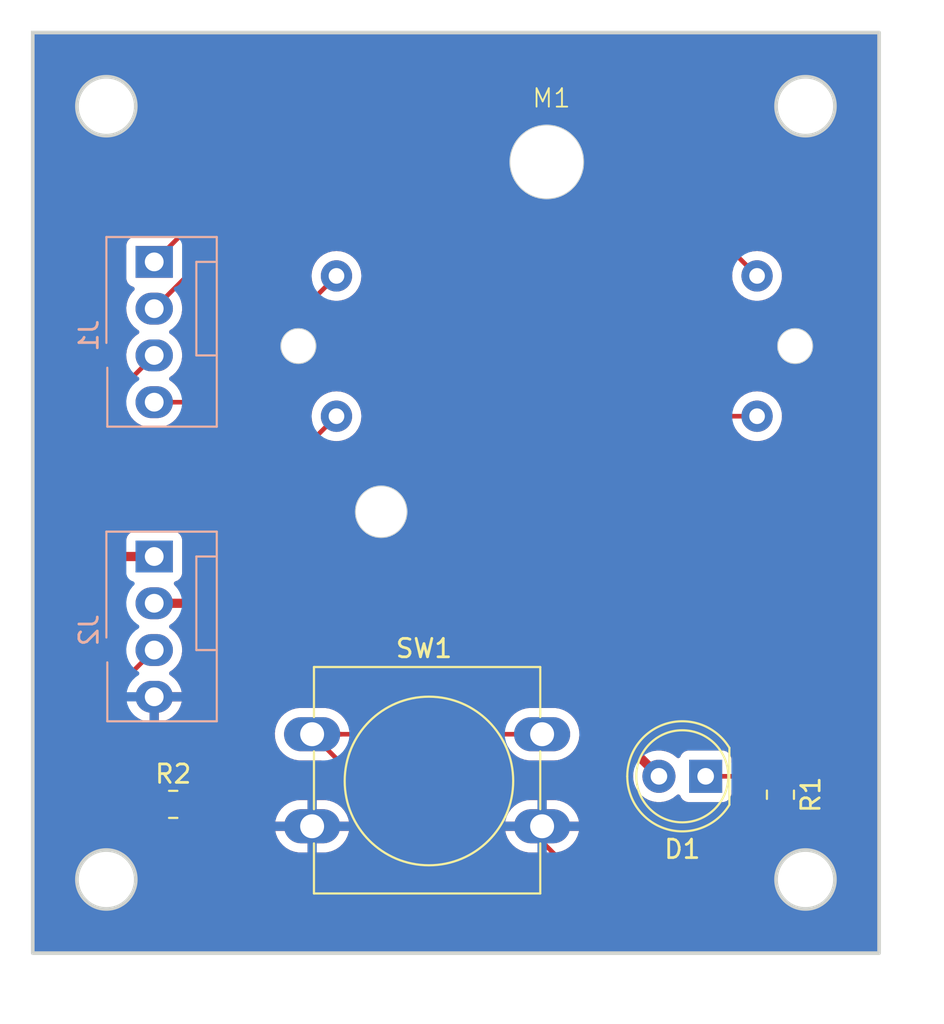
<source format=kicad_pcb>
(kicad_pcb (version 20221018) (generator pcbnew)
  (layers (0 "F.Cu" signal) (31 "B.Cu" signal) (34 "B.Paste" user) (35 "F.Paste" user) (36 "B.SilkS" user "B.Silkscreen") (37 "F.SilkS" user "F.Silkscreen") (38 "B.Mask" user) (39 "F.Mask" user) (44 "Edge.Cuts" user))
  (net 0 "")
  (net 1 "Net-(D1-K)")
  (net 2 "/LED")
  (net 3 "/GPIO17")
  (net 4 "/GPIO27")
  (net 5 "/GPIO22")
  (net 6 "/GPIO23")
  (net 7 "/VCC")
  (net 8 "/BUTTON")
  (net 9 "GND")
  (footprint "Resistor_SMD:R_0805_2012Metric_Pad1.20x1.40mm_HandSolder" (layer "F.Cu") (at 151.638 121.396 -90)
    (fp_text reference "R1" (at 0 -1.65 90) (layer "F.SilkS"))
    (fp_text value "R")
    (fp_line (start -0.227064 -0.735) (end 0.227064 -0.735) (stroke (width 0.12)) (layer "F.SilkS"))
    (fp_line (start -0.227064 0.735) (end 0.227064 0.735) (stroke (width 0.12)) (layer "F.SilkS"))
    (pad "1" smd roundrect (at -1 0 270) (size 1.2 1.4) (layers "F.Cu" "F.Paste" "F.Mask") (roundrect_rratio 0.2083333333) (net 1 "Net-(D1-K)"))
    (pad "2" smd roundrect (at 1 0 270) (size 1.2 1.4) (layers "F.Cu" "F.Paste" "F.Mask") (roundrect_rratio 0.2083333333) (net 9 "GND"))
  )
  (footprint "motor:x27_stepper" (layer "F.Cu") (at 141.478 107.188)
    (fp_text reference "M1" (at -2.286 -23.622 unlocked) (layer "F.SilkS") (effects (font (thickness 0.1))))
    (fp_text value "Stepper_Motor_bipolar")
    (fp_circle (center -16.04 -10.16) (end -15.09 -10.16) (stroke (width 0.05)) (fill none) (layer "Edge.Cuts"))
    (fp_circle (center -11.54 -1.16) (end -10.14 -1.16) (stroke (width 0.05)) (fill none) (layer "Edge.Cuts"))
    (fp_circle (center -2.54 -20.16) (end -0.54 -20.16) (stroke (width 0.05)) (fill none) (layer "Edge.Cuts"))
    (fp_circle (center 10.96 -10.16) (end 11.91 -10.16) (stroke (width 0.05)) (fill none) (layer "Edge.Cuts"))
    (pad "1" thru_hole circle (at 8.89 -13.97) (size 1.7 1.7) (drill 0.85) (layers "*.Cu" "*.Mask") (net 3 "/GPIO17"))
    (pad "2" thru_hole circle (at 8.89 -6.35) (size 1.7 1.7) (drill 0.85) (layers "*.Cu" "*.Mask") (net 4 "/GPIO27"))
    (pad "3" thru_hole circle (at -13.97 -6.35) (size 1.7 1.7) (drill 0.85) (layers "*.Cu" "*.Mask") (net 5 "/GPIO22"))
    (pad "4" thru_hole circle (at -13.97 -13.97) (size 1.7 1.7) (drill 0.85) (layers "*.Cu" "*.Mask") (net 6 "/GPIO23"))
  )
  (footprint "Button_Switch_THT:SW_PUSH-12mm" (layer "F.Cu") (at 126.184 118.11)
    (fp_text reference "SW1" (at 6.08 -4.66) (layer "F.SilkS"))
    (fp_text value "SW_SPST")
    (fp_line (start 0.1 -3.65) (end 12.4 -3.65) (stroke (width 0.12)) (layer "F.SilkS"))
    (fp_line (start 0.1 -0.93) (end 0.1 -3.65) (stroke (width 0.12)) (layer "F.SilkS"))
    (fp_line (start 0.1 4.07) (end 0.1 0.93) (stroke (width 0.12)) (layer "F.SilkS"))
    (fp_line (start 0.1 8.65) (end 0.1 5.93) (stroke (width 0.12)) (layer "F.SilkS"))
    (fp_line (start 12.4 -3.65) (end 12.4 -0.93) (stroke (width 0.12)) (layer "F.SilkS"))
    (fp_line (start 12.4 0.93) (end 12.4 4.07) (stroke (width 0.12)) (layer "F.SilkS"))
    (fp_line (start 12.4 5.93) (end 12.4 8.65) (stroke (width 0.12)) (layer "F.SilkS"))
    (fp_line (start 12.4 8.65) (end 0.1 8.65) (stroke (width 0.12)) (layer "F.SilkS"))
    (fp_circle (center 6.35 2.54) (end 10.16 5.08) (stroke (width 0.12)) (fill none) (layer "F.SilkS"))
    (pad "1" thru_hole oval (at 0 0) (size 3.048 1.85) (drill 1.3) (layers "*.Cu" "*.Mask") (net 8 "/BUTTON"))
    (pad "1" thru_hole oval (at 12.5 0) (size 3.048 1.85) (drill 1.3) (layers "*.Cu" "*.Mask") (net 8 "/BUTTON"))
    (pad "2" thru_hole oval (at 0 5) (size 3.048 1.85) (drill 1.3) (layers "*.Cu" "*.Mask") (net 9 "GND"))
    (pad "2" thru_hole oval (at 12.5 5) (size 3.048 1.85) (drill 1.3) (layers "*.Cu" "*.Mask") (net 9 "GND"))
  )
  (footprint "LED_THT:LED_D5.0mm" (layer "F.Cu") (at 147.574 120.396 180)
    (fp_text reference "D1" (at 1.27 -3.96) (layer "F.SilkS"))
    (fp_text value "LED")
    (fp_line (start -1.29 -1.545) (end -1.29 1.545) (stroke (width 0.12)) (layer "F.SilkS"))
    (fp_arc (start -1.29 -1.54483) (mid 2.072002 -2.880433) (end 4.26 0.000462) (stroke (width 0.12)) (layer "F.SilkS"))
    (fp_arc (start 4.26 -0.000462) (mid 2.072002 2.880433) (end -1.29 1.54483) (stroke (width 0.12)) (layer "F.SilkS"))
    (fp_circle (center 1.27 0) (end 3.77 0) (stroke (width 0.12)) (fill none) (layer "F.SilkS"))
    (pad "1" thru_hole rect (at 0 0 180) (size 1.8 1.8) (drill 0.9) (layers "*.Cu" "*.Mask") (net 1 "Net-(D1-K)"))
    (pad "2" thru_hole circle (at 2.54 0 180) (size 1.8 1.8) (drill 0.9) (layers "*.Cu" "*.Mask") (net 2 "/LED"))
  )
  (footprint "Resistor_SMD:R_0805_2012Metric_Pad1.20x1.40mm_HandSolder" (layer "F.Cu") (at 118.634 121.92)
    (fp_text reference "R2" (at 0 -1.65) (layer "F.SilkS"))
    (fp_text value "R")
    (fp_line (start -0.227064 -0.735) (end 0.227064 -0.735) (stroke (width 0.12)) (layer "F.SilkS"))
    (fp_line (start -0.227064 0.735) (end 0.227064 0.735) (stroke (width 0.12)) (layer "F.SilkS"))
    (pad "1" smd roundrect (at -1 0) (size 1.2 1.4) (layers "F.Cu" "F.Paste" "F.Mask") (roundrect_rratio 0.2083333333) (net 7 "/VCC"))
    (pad "2" smd roundrect (at 1 0) (size 1.2 1.4) (layers "F.Cu" "F.Paste" "F.Mask") (roundrect_rratio 0.2083333333) (net 8 "/BUTTON"))
  )
  (footprint "Connector:FanPinHeader_1x04_P2.54mm_Vertical" (layer "B.Cu") (at 117.602 92.456 -90)
    (fp_text reference "J1" (at 4 3.55 90) (layer "B.SilkS") (effects (justify mirror)))
    (fp_text value "Conn_01x04")
    (fp_line (start -1.35 -3.4) (end -1.35 2.6) (stroke (width 0.12)) (layer "B.SilkS"))
    (fp_line (start -1.35 2.6) (end 4.4 2.6) (stroke (width 0.12)) (layer "B.SilkS"))
    (fp_line (start 0 -3.3) (end 0 -2.29) (stroke (width 0.12)) (layer "B.SilkS"))
    (fp_line (start 0 -2.29) (end 5.08 -2.29) (stroke (width 0.12)) (layer "B.SilkS"))
    (fp_line (start 5.08 -2.29) (end 5.08 -3.3) (stroke (width 0.12)) (layer "B.SilkS"))
    (fp_line (start 5.75 2.55) (end 8.95 2.55) (stroke (width 0.12)) (layer "B.SilkS"))
    (fp_line (start 8.95 -3.4) (end -1.35 -3.4) (stroke (width 0.12)) (layer "B.SilkS"))
    (fp_line (start 8.95 2.55) (end 8.95 -3.4) (stroke (width 0.12)) (layer "B.SilkS"))
    (pad "1" thru_hole rect (at 0 0 180) (size 2.03 1.73) (drill 1.02) (layers "*.Cu" "*.Mask") (net 3 "/GPIO17"))
    (pad "2" thru_hole oval (at 2.54 0 180) (size 2.03 1.73) (drill 1.02) (layers "*.Cu" "*.Mask") (net 4 "/GPIO27"))
    (pad "3" thru_hole oval (at 5.08 0 180) (size 2.03 1.73) (drill 1.02) (layers "*.Cu" "*.Mask") (net 5 "/GPIO22"))
    (pad "4" thru_hole oval (at 7.62 0 180) (size 2.03 1.73) (drill 1.02) (layers "*.Cu" "*.Mask") (net 6 "/GPIO23"))
  )
  (footprint "Connector:FanPinHeader_1x04_P2.54mm_Vertical" (layer "B.Cu") (at 117.602 108.458 -90)
    (fp_text reference "J2" (at 4 3.55 90) (layer "B.SilkS") (effects (justify mirror)))
    (fp_text value "Conn_01x04")
    (fp_line (start -1.35 -3.4) (end -1.35 2.6) (stroke (width 0.12)) (layer "B.SilkS"))
    (fp_line (start -1.35 2.6) (end 4.4 2.6) (stroke (width 0.12)) (layer "B.SilkS"))
    (fp_line (start 0 -3.3) (end 0 -2.29) (stroke (width 0.12)) (layer "B.SilkS"))
    (fp_line (start 0 -2.29) (end 5.08 -2.29) (stroke (width 0.12)) (layer "B.SilkS"))
    (fp_line (start 5.08 -2.29) (end 5.08 -3.3) (stroke (width 0.12)) (layer "B.SilkS"))
    (fp_line (start 5.75 2.55) (end 8.95 2.55) (stroke (width 0.12)) (layer "B.SilkS"))
    (fp_line (start 8.95 -3.4) (end -1.35 -3.4) (stroke (width 0.12)) (layer "B.SilkS"))
    (fp_line (start 8.95 2.55) (end 8.95 -3.4) (stroke (width 0.12)) (layer "B.SilkS"))
    (pad "1" thru_hole rect (at 0 0 180) (size 2.03 1.73) (drill 1.02) (layers "*.Cu" "*.Mask") (net 7 "/VCC"))
    (pad "2" thru_hole oval (at 2.54 0 180) (size 2.03 1.73) (drill 1.02) (layers "*.Cu" "*.Mask") (net 2 "/LED"))
    (pad "3" thru_hole oval (at 5.08 0 180) (size 2.03 1.73) (drill 1.02) (layers "*.Cu" "*.Mask") (net 8 "/BUTTON"))
    (pad "4" thru_hole oval (at 7.62 0 180) (size 2.03 1.73) (drill 1.02) (layers "*.Cu" "*.Mask") (net 9 "GND"))
  )
  (gr_circle (center 115 126) (end 116.6 126) (stroke (width 0.2)) (fill none) (layer "Edge.Cuts"))
  (gr_circle (center 115 84) (end 116.6 84) (stroke (width 0.2)) (fill none) (layer "Edge.Cuts"))
  (gr_circle (center 153 126) (end 154.6 126) (stroke (width 0.2)) (fill none) (layer "Edge.Cuts"))
  (gr_rect (start 111 80) (end 157 130) (stroke (width 0.2)) (fill none) (layer "Edge.Cuts"))
  (gr_circle (center 153 84) (end 154.6 84) (stroke (width 0.2)) (fill none) (layer "Edge.Cuts"))
  (segment (start 147.574 120.396) (end 151.638 120.396) (width 0.25) (layer "F.Cu") (net 1))
  (segment (start 135.636 110.998) (end 145.034 120.396) (width 0.5) (layer "F.Cu") (net 2))
  (segment (start 117.602 110.998) (end 135.636 110.998) (width 0.5) (layer "F.Cu") (net 2))
  (segment (start 147.574 90.424) (end 150.368 93.218) (width 0.25) (layer "F.Cu") (net 3))
  (segment (start 122.428 87.63) (end 134.62 87.63) (width 0.25) (layer "F.Cu") (net 3))
  (segment (start 137.414 90.424) (end 147.574 90.424) (width 0.25) (layer "F.Cu") (net 3))
  (segment (start 134.62 87.63) (end 137.414 90.424) (width 0.25) (layer "F.Cu") (net 3))
  (segment (start 117.602 92.456) (end 122.428 87.63) (width 0.25) (layer "F.Cu") (net 3))
  (segment (start 117.602 94.996) (end 123.698 88.9) (width 0.25) (layer "F.Cu") (net 4))
  (segment (start 123.698 88.9) (end 133.858 88.9) (width 0.25) (layer "F.Cu") (net 4))
  (segment (start 133.858 88.9) (end 145.796 100.838) (width 0.25) (layer "F.Cu") (net 4))
  (segment (start 145.796 100.838) (end 150.368 100.838) (width 0.25) (layer "F.Cu") (net 4))
  (segment (start 117.602 97.536) (end 115.316 99.822) (width 0.25) (layer "F.Cu") (net 5))
  (segment (start 115.316 99.822) (end 115.316 101.346) (width 0.25) (layer "F.Cu") (net 5))
  (segment (start 115.316 101.346) (end 117.094 103.124) (width 0.25) (layer "F.Cu") (net 5))
  (segment (start 117.094 103.124) (end 125.222 103.124) (width 0.25) (layer "F.Cu") (net 5))
  (segment (start 125.222 103.124) (end 127.508 100.838) (width 0.25) (layer "F.Cu") (net 5))
  (segment (start 120.65 100.076) (end 127.508 93.218) (width 0.25) (layer "F.Cu") (net 6))
  (segment (start 117.602 100.076) (end 120.65 100.076) (width 0.25) (layer "F.Cu") (net 6))
  (segment (start 115.316 108.458) (end 114.3 109.474) (width 0.5) (layer "F.Cu") (net 7))
  (segment (start 114.3 118.586) (end 117.634 121.92) (width 0.5) (layer "F.Cu") (net 7))
  (segment (start 114.3 109.474) (end 114.3 118.586) (width 0.5) (layer "F.Cu") (net 7))
  (segment (start 117.602 108.458) (end 115.316 108.458) (width 0.5) (layer "F.Cu") (net 7))
  (segment (start 130.302 124.46) (end 128.016 126.746) (width 0.25) (layer "F.Cu") (net 8))
  (segment (start 124.46 126.746) (end 119.634 121.92) (width 0.25) (layer "F.Cu") (net 8))
  (segment (start 115.824 118.11) (end 119.634 121.92) (width 0.25) (layer "F.Cu") (net 8))
  (segment (start 115.824 115.316) (end 115.824 118.11) (width 0.25) (layer "F.Cu") (net 8))
  (segment (start 126.184 118.11) (end 130.302 122.228) (width 0.25) (layer "F.Cu") (net 8))
  (segment (start 128.016 126.746) (end 124.46 126.746) (width 0.25) (layer "F.Cu") (net 8))
  (segment (start 127.762 118.11) (end 126.184 118.11) (width 0.25) (layer "F.Cu") (net 8))
  (segment (start 130.302 122.228) (end 130.302 124.46) (width 0.25) (layer "F.Cu") (net 8))
  (segment (start 126.184 118.11) (end 138.684 118.11) (width 0.25) (layer "F.Cu") (net 8))
  (segment (start 117.602 113.538) (end 115.824 115.316) (width 0.25) (layer "F.Cu") (net 8))
  (segment (start 150.114 125.73) (end 151.638 124.206) (width 0.25) (layer "F.Cu") (net 9))
  (segment (start 117.602 116.078) (end 139.446 116.078) (width 0.25) (layer "F.Cu") (net 9))
  (segment (start 117.602 116.078) (end 119.152 116.078) (width 0.25) (layer "F.Cu") (net 9))
  (segment (start 123.364 123.11) (end 126.184 123.11) (width 0.25) (layer "F.Cu") (net 9))
  (segment (start 140.462 125.73) (end 150.114 125.73) (width 0.25) (layer "F.Cu") (net 9))
  (segment (start 138.684 123.952) (end 140.462 125.73) (width 0.25) (layer "F.Cu") (net 9))
  (segment (start 117.602 116.078) (end 117.602 117.348) (width 0.25) (layer "F.Cu") (net 9))
  (segment (start 138.684 123.11) (end 141.05 123.11) (width 0.25) (layer "F.Cu") (net 9))
  (segment (start 117.602 117.348) (end 123.364 123.11) (width 0.25) (layer "F.Cu") (net 9))
  (segment (start 138.684 123.11) (end 138.684 123.952) (width 0.25) (layer "F.Cu") (net 9))
  (segment (start 141.478 118.11) (end 141.478 122.682) (width 0.25) (layer "F.Cu") (net 9))
  (segment (start 139.446 116.078) (end 141.478 118.11) (width 0.25) (layer "F.Cu") (net 9))
  (segment (start 141.05 123.11) (end 141.478 122.682) (width 0.25) (layer "F.Cu") (net 9))
  (segment (start 151.638 124.206) (end 151.638 122.396) (width 0.25) (layer "F.Cu") (net 9))
  (zone (net 9) (net_name "GND") (layers "F&B.Cu") (connect_pads (clearance 0.5)) (min_thickness 0.25) (fill yes (thermal_gap 0.5) (thermal_bridge_width 0.5))
    (polygon (pts (xy 109.22 78.74) (xy 160.528 78.232) (xy 160.528 133.858) (xy 109.22 133.858)))
  )
)
</source>
